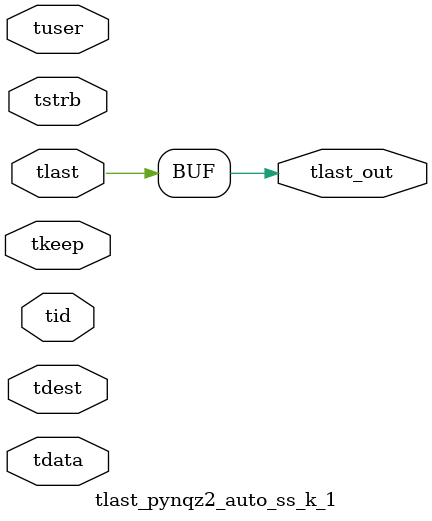
<source format=v>


`timescale 1ps/1ps

module tlast_pynqz2_auto_ss_k_1 #
(
parameter C_S_AXIS_TID_WIDTH   = 1,
parameter C_S_AXIS_TUSER_WIDTH = 0,
parameter C_S_AXIS_TDATA_WIDTH = 0,
parameter C_S_AXIS_TDEST_WIDTH = 0
)
(
input  [(C_S_AXIS_TID_WIDTH   == 0 ? 1 : C_S_AXIS_TID_WIDTH)-1:0       ] tid,
input  [(C_S_AXIS_TDATA_WIDTH == 0 ? 1 : C_S_AXIS_TDATA_WIDTH)-1:0     ] tdata,
input  [(C_S_AXIS_TUSER_WIDTH == 0 ? 1 : C_S_AXIS_TUSER_WIDTH)-1:0     ] tuser,
input  [(C_S_AXIS_TDEST_WIDTH == 0 ? 1 : C_S_AXIS_TDEST_WIDTH)-1:0     ] tdest,
input  [(C_S_AXIS_TDATA_WIDTH/8)-1:0 ] tkeep,
input  [(C_S_AXIS_TDATA_WIDTH/8)-1:0 ] tstrb,
input  [0:0]                                                             tlast,
output                                                                   tlast_out
);

assign tlast_out = {tlast};

endmodule


</source>
